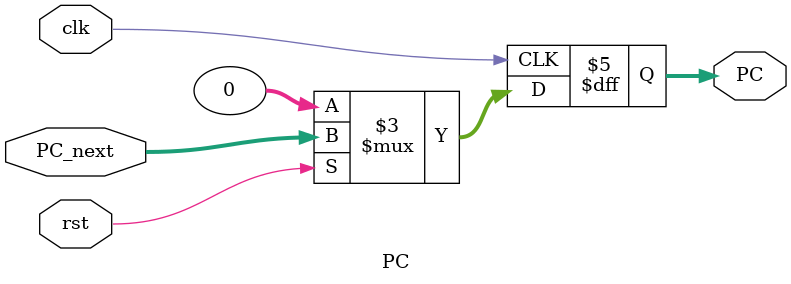
<source format=v>
module PC (
    input clk,
    input rst,
    input[31:0] PC_next,
    output[31:0] PC
);

reg [31:0] PC;
always @(posedge clk ) begin
    if(rst) PC <= PC_next;
    else PC = {32{1'b0}};
end    
    
endmodule
</source>
